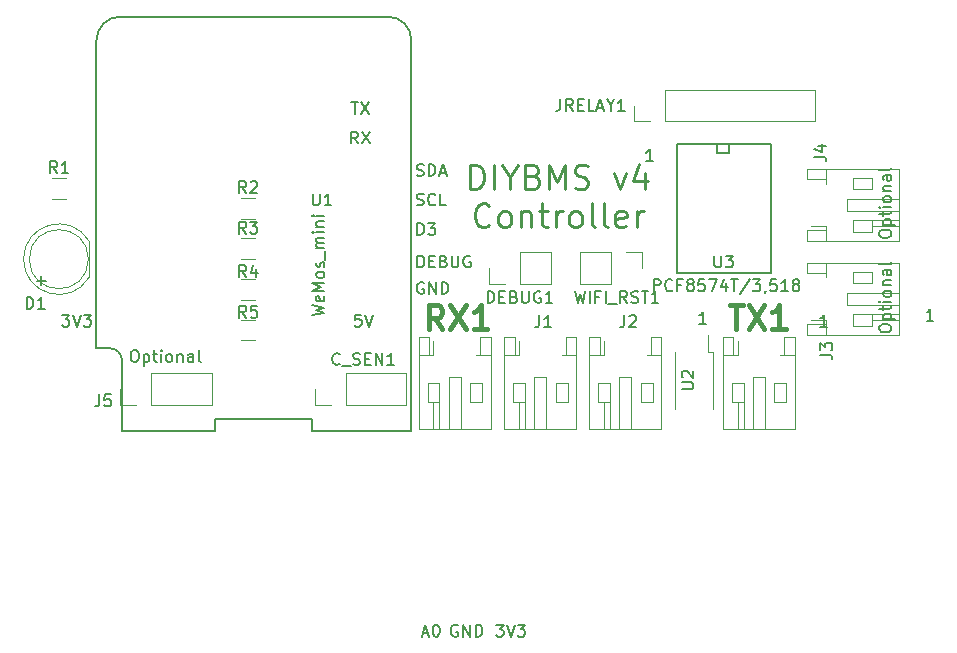
<source format=gbr>
G04 #@! TF.GenerationSoftware,KiCad,Pcbnew,(5.1.5)-3*
G04 #@! TF.CreationDate,2020-11-01T16:25:03+00:00*
G04 #@! TF.ProjectId,ESPControllerCircuit,45535043-6f6e-4747-926f-6c6c65724369,rev?*
G04 #@! TF.SameCoordinates,Original*
G04 #@! TF.FileFunction,Legend,Top*
G04 #@! TF.FilePolarity,Positive*
%FSLAX46Y46*%
G04 Gerber Fmt 4.6, Leading zero omitted, Abs format (unit mm)*
G04 Created by KiCad (PCBNEW (5.1.5)-3) date 2020-11-01 16:25:03*
%MOMM*%
%LPD*%
G04 APERTURE LIST*
%ADD10C,0.150000*%
%ADD11C,0.250000*%
%ADD12C,0.120000*%
%ADD13C,0.400000*%
G04 APERTURE END LIST*
D10*
X100738095Y-103952380D02*
X101309523Y-103952380D01*
X101023809Y-104952380D02*
X101023809Y-103952380D01*
X101547619Y-103952380D02*
X102214285Y-104952380D01*
X102214285Y-103952380D02*
X101547619Y-104952380D01*
X101309523Y-107452380D02*
X100976190Y-106976190D01*
X100738094Y-107452380D02*
X100738094Y-106452380D01*
X101119047Y-106452380D01*
X101214285Y-106500000D01*
X101261904Y-106547619D01*
X101309523Y-106642857D01*
X101309523Y-106785714D01*
X101261904Y-106880952D01*
X101214285Y-106928571D01*
X101119047Y-106976190D01*
X100738094Y-106976190D01*
X101642856Y-106452380D02*
X102309523Y-107452380D01*
X102309523Y-106452380D02*
X101642856Y-107452380D01*
X130785714Y-122702380D02*
X130214285Y-122702380D01*
X130500000Y-122702380D02*
X130500000Y-121702380D01*
X130404761Y-121845238D01*
X130309523Y-121940476D01*
X130214285Y-121988095D01*
X141035714Y-122952380D02*
X140464285Y-122952380D01*
X140750000Y-122952380D02*
X140750000Y-121952380D01*
X140654761Y-122095238D01*
X140559523Y-122190476D01*
X140464285Y-122238095D01*
X82309523Y-124952380D02*
X82500000Y-124952380D01*
X82595238Y-125000000D01*
X82690476Y-125095238D01*
X82738095Y-125285714D01*
X82738095Y-125619047D01*
X82690476Y-125809523D01*
X82595238Y-125904761D01*
X82500000Y-125952380D01*
X82309523Y-125952380D01*
X82214285Y-125904761D01*
X82119047Y-125809523D01*
X82071428Y-125619047D01*
X82071428Y-125285714D01*
X82119047Y-125095238D01*
X82214285Y-125000000D01*
X82309523Y-124952380D01*
X83166666Y-125285714D02*
X83166666Y-126285714D01*
X83166666Y-125333333D02*
X83261904Y-125285714D01*
X83452380Y-125285714D01*
X83547619Y-125333333D01*
X83595238Y-125380952D01*
X83642857Y-125476190D01*
X83642857Y-125761904D01*
X83595238Y-125857142D01*
X83547619Y-125904761D01*
X83452380Y-125952380D01*
X83261904Y-125952380D01*
X83166666Y-125904761D01*
X83928571Y-125285714D02*
X84309523Y-125285714D01*
X84071428Y-124952380D02*
X84071428Y-125809523D01*
X84119047Y-125904761D01*
X84214285Y-125952380D01*
X84309523Y-125952380D01*
X84642857Y-125952380D02*
X84642857Y-125285714D01*
X84642857Y-124952380D02*
X84595238Y-125000000D01*
X84642857Y-125047619D01*
X84690476Y-125000000D01*
X84642857Y-124952380D01*
X84642857Y-125047619D01*
X85261904Y-125952380D02*
X85166666Y-125904761D01*
X85119047Y-125857142D01*
X85071428Y-125761904D01*
X85071428Y-125476190D01*
X85119047Y-125380952D01*
X85166666Y-125333333D01*
X85261904Y-125285714D01*
X85404761Y-125285714D01*
X85500000Y-125333333D01*
X85547619Y-125380952D01*
X85595238Y-125476190D01*
X85595238Y-125761904D01*
X85547619Y-125857142D01*
X85500000Y-125904761D01*
X85404761Y-125952380D01*
X85261904Y-125952380D01*
X86023809Y-125285714D02*
X86023809Y-125952380D01*
X86023809Y-125380952D02*
X86071428Y-125333333D01*
X86166666Y-125285714D01*
X86309523Y-125285714D01*
X86404761Y-125333333D01*
X86452380Y-125428571D01*
X86452380Y-125952380D01*
X87357142Y-125952380D02*
X87357142Y-125428571D01*
X87309523Y-125333333D01*
X87214285Y-125285714D01*
X87023809Y-125285714D01*
X86928571Y-125333333D01*
X87357142Y-125904761D02*
X87261904Y-125952380D01*
X87023809Y-125952380D01*
X86928571Y-125904761D01*
X86880952Y-125809523D01*
X86880952Y-125714285D01*
X86928571Y-125619047D01*
X87023809Y-125571428D01*
X87261904Y-125571428D01*
X87357142Y-125523809D01*
X87976190Y-125952380D02*
X87880952Y-125904761D01*
X87833333Y-125809523D01*
X87833333Y-124952380D01*
X145452380Y-115190476D02*
X145452380Y-115000000D01*
X145500000Y-114904761D01*
X145595238Y-114809523D01*
X145785714Y-114761904D01*
X146119047Y-114761904D01*
X146309523Y-114809523D01*
X146404761Y-114904761D01*
X146452380Y-115000000D01*
X146452380Y-115190476D01*
X146404761Y-115285714D01*
X146309523Y-115380952D01*
X146119047Y-115428571D01*
X145785714Y-115428571D01*
X145595238Y-115380952D01*
X145500000Y-115285714D01*
X145452380Y-115190476D01*
X145785714Y-114333333D02*
X146785714Y-114333333D01*
X145833333Y-114333333D02*
X145785714Y-114238095D01*
X145785714Y-114047619D01*
X145833333Y-113952380D01*
X145880952Y-113904761D01*
X145976190Y-113857142D01*
X146261904Y-113857142D01*
X146357142Y-113904761D01*
X146404761Y-113952380D01*
X146452380Y-114047619D01*
X146452380Y-114238095D01*
X146404761Y-114333333D01*
X145785714Y-113571428D02*
X145785714Y-113190476D01*
X145452380Y-113428571D02*
X146309523Y-113428571D01*
X146404761Y-113380952D01*
X146452380Y-113285714D01*
X146452380Y-113190476D01*
X146452380Y-112857142D02*
X145785714Y-112857142D01*
X145452380Y-112857142D02*
X145500000Y-112904761D01*
X145547619Y-112857142D01*
X145500000Y-112809523D01*
X145452380Y-112857142D01*
X145547619Y-112857142D01*
X146452380Y-112238095D02*
X146404761Y-112333333D01*
X146357142Y-112380952D01*
X146261904Y-112428571D01*
X145976190Y-112428571D01*
X145880952Y-112380952D01*
X145833333Y-112333333D01*
X145785714Y-112238095D01*
X145785714Y-112095238D01*
X145833333Y-112000000D01*
X145880952Y-111952380D01*
X145976190Y-111904761D01*
X146261904Y-111904761D01*
X146357142Y-111952380D01*
X146404761Y-112000000D01*
X146452380Y-112095238D01*
X146452380Y-112238095D01*
X145785714Y-111476190D02*
X146452380Y-111476190D01*
X145880952Y-111476190D02*
X145833333Y-111428571D01*
X145785714Y-111333333D01*
X145785714Y-111190476D01*
X145833333Y-111095238D01*
X145928571Y-111047619D01*
X146452380Y-111047619D01*
X146452380Y-110142857D02*
X145928571Y-110142857D01*
X145833333Y-110190476D01*
X145785714Y-110285714D01*
X145785714Y-110476190D01*
X145833333Y-110571428D01*
X146404761Y-110142857D02*
X146452380Y-110238095D01*
X146452380Y-110476190D01*
X146404761Y-110571428D01*
X146309523Y-110619047D01*
X146214285Y-110619047D01*
X146119047Y-110571428D01*
X146071428Y-110476190D01*
X146071428Y-110238095D01*
X146023809Y-110142857D01*
X146452380Y-109523809D02*
X146404761Y-109619047D01*
X146309523Y-109666666D01*
X145452380Y-109666666D01*
X145452380Y-123190476D02*
X145452380Y-123000000D01*
X145500000Y-122904761D01*
X145595238Y-122809523D01*
X145785714Y-122761904D01*
X146119047Y-122761904D01*
X146309523Y-122809523D01*
X146404761Y-122904761D01*
X146452380Y-123000000D01*
X146452380Y-123190476D01*
X146404761Y-123285714D01*
X146309523Y-123380952D01*
X146119047Y-123428571D01*
X145785714Y-123428571D01*
X145595238Y-123380952D01*
X145500000Y-123285714D01*
X145452380Y-123190476D01*
X145785714Y-122333333D02*
X146785714Y-122333333D01*
X145833333Y-122333333D02*
X145785714Y-122238095D01*
X145785714Y-122047619D01*
X145833333Y-121952380D01*
X145880952Y-121904761D01*
X145976190Y-121857142D01*
X146261904Y-121857142D01*
X146357142Y-121904761D01*
X146404761Y-121952380D01*
X146452380Y-122047619D01*
X146452380Y-122238095D01*
X146404761Y-122333333D01*
X145785714Y-121571428D02*
X145785714Y-121190476D01*
X145452380Y-121428571D02*
X146309523Y-121428571D01*
X146404761Y-121380952D01*
X146452380Y-121285714D01*
X146452380Y-121190476D01*
X146452380Y-120857142D02*
X145785714Y-120857142D01*
X145452380Y-120857142D02*
X145500000Y-120904761D01*
X145547619Y-120857142D01*
X145500000Y-120809523D01*
X145452380Y-120857142D01*
X145547619Y-120857142D01*
X146452380Y-120238095D02*
X146404761Y-120333333D01*
X146357142Y-120380952D01*
X146261904Y-120428571D01*
X145976190Y-120428571D01*
X145880952Y-120380952D01*
X145833333Y-120333333D01*
X145785714Y-120238095D01*
X145785714Y-120095238D01*
X145833333Y-120000000D01*
X145880952Y-119952380D01*
X145976190Y-119904761D01*
X146261904Y-119904761D01*
X146357142Y-119952380D01*
X146404761Y-120000000D01*
X146452380Y-120095238D01*
X146452380Y-120238095D01*
X145785714Y-119476190D02*
X146452380Y-119476190D01*
X145880952Y-119476190D02*
X145833333Y-119428571D01*
X145785714Y-119333333D01*
X145785714Y-119190476D01*
X145833333Y-119095238D01*
X145928571Y-119047619D01*
X146452380Y-119047619D01*
X146452380Y-118142857D02*
X145928571Y-118142857D01*
X145833333Y-118190476D01*
X145785714Y-118285714D01*
X145785714Y-118476190D01*
X145833333Y-118571428D01*
X146404761Y-118142857D02*
X146452380Y-118238095D01*
X146452380Y-118476190D01*
X146404761Y-118571428D01*
X146309523Y-118619047D01*
X146214285Y-118619047D01*
X146119047Y-118571428D01*
X146071428Y-118476190D01*
X146071428Y-118238095D01*
X146023809Y-118142857D01*
X146452380Y-117523809D02*
X146404761Y-117619047D01*
X146309523Y-117666666D01*
X145452380Y-117666666D01*
X106785714Y-148916666D02*
X107261904Y-148916666D01*
X106690476Y-149202380D02*
X107023809Y-148202380D01*
X107357142Y-149202380D01*
X107880952Y-148202380D02*
X107976190Y-148202380D01*
X108071428Y-148250000D01*
X108119047Y-148297619D01*
X108166666Y-148392857D01*
X108214285Y-148583333D01*
X108214285Y-148821428D01*
X108166666Y-149011904D01*
X108119047Y-149107142D01*
X108071428Y-149154761D01*
X107976190Y-149202380D01*
X107880952Y-149202380D01*
X107785714Y-149154761D01*
X107738095Y-149107142D01*
X107690476Y-149011904D01*
X107642857Y-148821428D01*
X107642857Y-148583333D01*
X107690476Y-148392857D01*
X107738095Y-148297619D01*
X107785714Y-148250000D01*
X107880952Y-148202380D01*
X109738095Y-148250000D02*
X109642857Y-148202380D01*
X109500000Y-148202380D01*
X109357142Y-148250000D01*
X109261904Y-148345238D01*
X109214285Y-148440476D01*
X109166666Y-148630952D01*
X109166666Y-148773809D01*
X109214285Y-148964285D01*
X109261904Y-149059523D01*
X109357142Y-149154761D01*
X109500000Y-149202380D01*
X109595238Y-149202380D01*
X109738095Y-149154761D01*
X109785714Y-149107142D01*
X109785714Y-148773809D01*
X109595238Y-148773809D01*
X110214285Y-149202380D02*
X110214285Y-148202380D01*
X110785714Y-149202380D01*
X110785714Y-148202380D01*
X111261904Y-149202380D02*
X111261904Y-148202380D01*
X111500000Y-148202380D01*
X111642857Y-148250000D01*
X111738095Y-148345238D01*
X111785714Y-148440476D01*
X111833333Y-148630952D01*
X111833333Y-148773809D01*
X111785714Y-148964285D01*
X111738095Y-149059523D01*
X111642857Y-149154761D01*
X111500000Y-149202380D01*
X111261904Y-149202380D01*
X113011904Y-148202380D02*
X113630952Y-148202380D01*
X113297619Y-148583333D01*
X113440476Y-148583333D01*
X113535714Y-148630952D01*
X113583333Y-148678571D01*
X113630952Y-148773809D01*
X113630952Y-149011904D01*
X113583333Y-149107142D01*
X113535714Y-149154761D01*
X113440476Y-149202380D01*
X113154761Y-149202380D01*
X113059523Y-149154761D01*
X113011904Y-149107142D01*
X113916666Y-148202380D02*
X114250000Y-149202380D01*
X114583333Y-148202380D01*
X114821428Y-148202380D02*
X115440476Y-148202380D01*
X115107142Y-148583333D01*
X115250000Y-148583333D01*
X115345238Y-148630952D01*
X115392857Y-148678571D01*
X115440476Y-148773809D01*
X115440476Y-149011904D01*
X115392857Y-149107142D01*
X115345238Y-149154761D01*
X115250000Y-149202380D01*
X114964285Y-149202380D01*
X114869047Y-149154761D01*
X114821428Y-149107142D01*
X106333332Y-115202380D02*
X106333332Y-114202380D01*
X106571428Y-114202380D01*
X106714285Y-114250000D01*
X106809523Y-114345238D01*
X106857142Y-114440476D01*
X106904761Y-114630952D01*
X106904761Y-114773809D01*
X106857142Y-114964285D01*
X106809523Y-115059523D01*
X106714285Y-115154761D01*
X106571428Y-115202380D01*
X106333332Y-115202380D01*
X107238094Y-114202380D02*
X107857142Y-114202380D01*
X107523808Y-114583333D01*
X107666666Y-114583333D01*
X107761904Y-114630952D01*
X107809523Y-114678571D01*
X107857142Y-114773809D01*
X107857142Y-115011904D01*
X107809523Y-115107142D01*
X107761904Y-115154761D01*
X107666666Y-115202380D01*
X107380951Y-115202380D01*
X107285713Y-115154761D01*
X107238094Y-115107142D01*
X106333332Y-117952380D02*
X106333332Y-116952380D01*
X106571428Y-116952380D01*
X106714285Y-117000000D01*
X106809523Y-117095238D01*
X106857142Y-117190476D01*
X106904761Y-117380952D01*
X106904761Y-117523809D01*
X106857142Y-117714285D01*
X106809523Y-117809523D01*
X106714285Y-117904761D01*
X106571428Y-117952380D01*
X106333332Y-117952380D01*
X107333332Y-117428571D02*
X107666666Y-117428571D01*
X107809523Y-117952380D02*
X107333332Y-117952380D01*
X107333332Y-116952380D01*
X107809523Y-116952380D01*
X108571428Y-117428571D02*
X108714285Y-117476190D01*
X108761904Y-117523809D01*
X108809523Y-117619047D01*
X108809523Y-117761904D01*
X108761904Y-117857142D01*
X108714285Y-117904761D01*
X108619047Y-117952380D01*
X108238094Y-117952380D01*
X108238094Y-116952380D01*
X108571428Y-116952380D01*
X108666666Y-117000000D01*
X108714285Y-117047619D01*
X108761904Y-117142857D01*
X108761904Y-117238095D01*
X108714285Y-117333333D01*
X108666666Y-117380952D01*
X108571428Y-117428571D01*
X108238094Y-117428571D01*
X109238094Y-116952380D02*
X109238094Y-117761904D01*
X109285713Y-117857142D01*
X109333332Y-117904761D01*
X109428570Y-117952380D01*
X109619047Y-117952380D01*
X109714285Y-117904761D01*
X109761904Y-117857142D01*
X109809523Y-117761904D01*
X109809523Y-116952380D01*
X110809523Y-117000000D02*
X110714285Y-116952380D01*
X110571428Y-116952380D01*
X110428570Y-117000000D01*
X110333332Y-117095238D01*
X110285713Y-117190476D01*
X110238094Y-117380952D01*
X110238094Y-117523809D01*
X110285713Y-117714285D01*
X110333332Y-117809523D01*
X110428570Y-117904761D01*
X110571428Y-117952380D01*
X110666666Y-117952380D01*
X110809523Y-117904761D01*
X110857142Y-117857142D01*
X110857142Y-117523809D01*
X110666666Y-117523809D01*
X106285713Y-112654761D02*
X106428570Y-112702380D01*
X106666666Y-112702380D01*
X106761904Y-112654761D01*
X106809523Y-112607142D01*
X106857142Y-112511904D01*
X106857142Y-112416666D01*
X106809523Y-112321428D01*
X106761904Y-112273809D01*
X106666666Y-112226190D01*
X106476190Y-112178571D01*
X106380951Y-112130952D01*
X106333332Y-112083333D01*
X106285713Y-111988095D01*
X106285713Y-111892857D01*
X106333332Y-111797619D01*
X106380951Y-111750000D01*
X106476190Y-111702380D01*
X106714285Y-111702380D01*
X106857142Y-111750000D01*
X107857142Y-112607142D02*
X107809523Y-112654761D01*
X107666666Y-112702380D01*
X107571428Y-112702380D01*
X107428570Y-112654761D01*
X107333332Y-112559523D01*
X107285713Y-112464285D01*
X107238094Y-112273809D01*
X107238094Y-112130952D01*
X107285713Y-111940476D01*
X107333332Y-111845238D01*
X107428570Y-111750000D01*
X107571428Y-111702380D01*
X107666666Y-111702380D01*
X107809523Y-111750000D01*
X107857142Y-111797619D01*
X108761904Y-112702380D02*
X108285713Y-112702380D01*
X108285713Y-111702380D01*
X106285714Y-110154761D02*
X106428571Y-110202380D01*
X106666666Y-110202380D01*
X106761904Y-110154761D01*
X106809523Y-110107142D01*
X106857142Y-110011904D01*
X106857142Y-109916666D01*
X106809523Y-109821428D01*
X106761904Y-109773809D01*
X106666666Y-109726190D01*
X106476190Y-109678571D01*
X106380952Y-109630952D01*
X106333333Y-109583333D01*
X106285714Y-109488095D01*
X106285714Y-109392857D01*
X106333333Y-109297619D01*
X106380952Y-109250000D01*
X106476190Y-109202380D01*
X106714285Y-109202380D01*
X106857142Y-109250000D01*
X107285714Y-110202380D02*
X107285714Y-109202380D01*
X107523809Y-109202380D01*
X107666666Y-109250000D01*
X107761904Y-109345238D01*
X107809523Y-109440476D01*
X107857142Y-109630952D01*
X107857142Y-109773809D01*
X107809523Y-109964285D01*
X107761904Y-110059523D01*
X107666666Y-110154761D01*
X107523809Y-110202380D01*
X107285714Y-110202380D01*
X108238095Y-109916666D02*
X108714285Y-109916666D01*
X108142857Y-110202380D02*
X108476190Y-109202380D01*
X108809523Y-110202380D01*
X106857142Y-119250000D02*
X106761904Y-119202380D01*
X106619047Y-119202380D01*
X106476189Y-119250000D01*
X106380951Y-119345238D01*
X106333332Y-119440476D01*
X106285713Y-119630952D01*
X106285713Y-119773809D01*
X106333332Y-119964285D01*
X106380951Y-120059523D01*
X106476189Y-120154761D01*
X106619047Y-120202380D01*
X106714285Y-120202380D01*
X106857142Y-120154761D01*
X106904761Y-120107142D01*
X106904761Y-119773809D01*
X106714285Y-119773809D01*
X107333332Y-120202380D02*
X107333332Y-119202380D01*
X107904761Y-120202380D01*
X107904761Y-119202380D01*
X108380951Y-120202380D02*
X108380951Y-119202380D01*
X108619047Y-119202380D01*
X108761904Y-119250000D01*
X108857142Y-119345238D01*
X108904761Y-119440476D01*
X108952380Y-119630952D01*
X108952380Y-119773809D01*
X108904761Y-119964285D01*
X108857142Y-120059523D01*
X108761904Y-120154761D01*
X108619047Y-120202380D01*
X108380951Y-120202380D01*
X101559523Y-121952380D02*
X101083333Y-121952380D01*
X101035714Y-122428571D01*
X101083333Y-122380952D01*
X101178571Y-122333333D01*
X101416666Y-122333333D01*
X101511904Y-122380952D01*
X101559523Y-122428571D01*
X101607142Y-122523809D01*
X101607142Y-122761904D01*
X101559523Y-122857142D01*
X101511904Y-122904761D01*
X101416666Y-122952380D01*
X101178571Y-122952380D01*
X101083333Y-122904761D01*
X101035714Y-122857142D01*
X101892857Y-121952380D02*
X102226190Y-122952380D01*
X102559523Y-121952380D01*
X76261904Y-121952380D02*
X76880952Y-121952380D01*
X76547619Y-122333333D01*
X76690476Y-122333333D01*
X76785714Y-122380952D01*
X76833333Y-122428571D01*
X76880952Y-122523809D01*
X76880952Y-122761904D01*
X76833333Y-122857142D01*
X76785714Y-122904761D01*
X76690476Y-122952380D01*
X76404761Y-122952380D01*
X76309523Y-122904761D01*
X76261904Y-122857142D01*
X77166666Y-121952380D02*
X77500000Y-122952380D01*
X77833333Y-121952380D01*
X78071428Y-121952380D02*
X78690476Y-121952380D01*
X78357142Y-122333333D01*
X78500000Y-122333333D01*
X78595238Y-122380952D01*
X78642857Y-122428571D01*
X78690476Y-122523809D01*
X78690476Y-122761904D01*
X78642857Y-122857142D01*
X78595238Y-122904761D01*
X78500000Y-122952380D01*
X78214285Y-122952380D01*
X78119047Y-122904761D01*
X78071428Y-122857142D01*
X74119047Y-119071428D02*
X74880952Y-119071428D01*
X74500000Y-119452380D02*
X74500000Y-118690476D01*
X126285714Y-108952380D02*
X125714285Y-108952380D01*
X126000000Y-108952380D02*
X126000000Y-107952380D01*
X125904761Y-108095238D01*
X125809523Y-108190476D01*
X125714285Y-108238095D01*
X150035714Y-122452380D02*
X149464285Y-122452380D01*
X149750000Y-122452380D02*
X149750000Y-121452380D01*
X149654761Y-121595238D01*
X149559523Y-121690476D01*
X149464285Y-121738095D01*
D11*
X110821428Y-111279761D02*
X110821428Y-109279761D01*
X111297619Y-109279761D01*
X111583333Y-109375000D01*
X111773809Y-109565476D01*
X111869047Y-109755952D01*
X111964285Y-110136904D01*
X111964285Y-110422619D01*
X111869047Y-110803571D01*
X111773809Y-110994047D01*
X111583333Y-111184523D01*
X111297619Y-111279761D01*
X110821428Y-111279761D01*
X112821428Y-111279761D02*
X112821428Y-109279761D01*
X114154761Y-110327380D02*
X114154761Y-111279761D01*
X113488095Y-109279761D02*
X114154761Y-110327380D01*
X114821428Y-109279761D01*
X116154761Y-110232142D02*
X116440476Y-110327380D01*
X116535714Y-110422619D01*
X116630952Y-110613095D01*
X116630952Y-110898809D01*
X116535714Y-111089285D01*
X116440476Y-111184523D01*
X116250000Y-111279761D01*
X115488095Y-111279761D01*
X115488095Y-109279761D01*
X116154761Y-109279761D01*
X116345238Y-109375000D01*
X116440476Y-109470238D01*
X116535714Y-109660714D01*
X116535714Y-109851190D01*
X116440476Y-110041666D01*
X116345238Y-110136904D01*
X116154761Y-110232142D01*
X115488095Y-110232142D01*
X117488095Y-111279761D02*
X117488095Y-109279761D01*
X118154761Y-110708333D01*
X118821428Y-109279761D01*
X118821428Y-111279761D01*
X119678571Y-111184523D02*
X119964285Y-111279761D01*
X120440476Y-111279761D01*
X120630952Y-111184523D01*
X120726190Y-111089285D01*
X120821428Y-110898809D01*
X120821428Y-110708333D01*
X120726190Y-110517857D01*
X120630952Y-110422619D01*
X120440476Y-110327380D01*
X120059523Y-110232142D01*
X119869047Y-110136904D01*
X119773809Y-110041666D01*
X119678571Y-109851190D01*
X119678571Y-109660714D01*
X119773809Y-109470238D01*
X119869047Y-109375000D01*
X120059523Y-109279761D01*
X120535714Y-109279761D01*
X120821428Y-109375000D01*
X123011904Y-109946428D02*
X123488095Y-111279761D01*
X123964285Y-109946428D01*
X125583333Y-109946428D02*
X125583333Y-111279761D01*
X125107142Y-109184523D02*
X124630952Y-110613095D01*
X125869047Y-110613095D01*
X112440476Y-114339285D02*
X112345238Y-114434523D01*
X112059523Y-114529761D01*
X111869047Y-114529761D01*
X111583333Y-114434523D01*
X111392857Y-114244047D01*
X111297619Y-114053571D01*
X111202380Y-113672619D01*
X111202380Y-113386904D01*
X111297619Y-113005952D01*
X111392857Y-112815476D01*
X111583333Y-112625000D01*
X111869047Y-112529761D01*
X112059523Y-112529761D01*
X112345238Y-112625000D01*
X112440476Y-112720238D01*
X113583333Y-114529761D02*
X113392857Y-114434523D01*
X113297619Y-114339285D01*
X113202380Y-114148809D01*
X113202380Y-113577380D01*
X113297619Y-113386904D01*
X113392857Y-113291666D01*
X113583333Y-113196428D01*
X113869047Y-113196428D01*
X114059523Y-113291666D01*
X114154761Y-113386904D01*
X114250000Y-113577380D01*
X114250000Y-114148809D01*
X114154761Y-114339285D01*
X114059523Y-114434523D01*
X113869047Y-114529761D01*
X113583333Y-114529761D01*
X115107142Y-113196428D02*
X115107142Y-114529761D01*
X115107142Y-113386904D02*
X115202380Y-113291666D01*
X115392857Y-113196428D01*
X115678571Y-113196428D01*
X115869047Y-113291666D01*
X115964285Y-113482142D01*
X115964285Y-114529761D01*
X116630952Y-113196428D02*
X117392857Y-113196428D01*
X116916666Y-112529761D02*
X116916666Y-114244047D01*
X117011904Y-114434523D01*
X117202380Y-114529761D01*
X117392857Y-114529761D01*
X118059523Y-114529761D02*
X118059523Y-113196428D01*
X118059523Y-113577380D02*
X118154761Y-113386904D01*
X118250000Y-113291666D01*
X118440476Y-113196428D01*
X118630952Y-113196428D01*
X119583333Y-114529761D02*
X119392857Y-114434523D01*
X119297619Y-114339285D01*
X119202380Y-114148809D01*
X119202380Y-113577380D01*
X119297619Y-113386904D01*
X119392857Y-113291666D01*
X119583333Y-113196428D01*
X119869047Y-113196428D01*
X120059523Y-113291666D01*
X120154761Y-113386904D01*
X120250000Y-113577380D01*
X120250000Y-114148809D01*
X120154761Y-114339285D01*
X120059523Y-114434523D01*
X119869047Y-114529761D01*
X119583333Y-114529761D01*
X121392857Y-114529761D02*
X121202380Y-114434523D01*
X121107142Y-114244047D01*
X121107142Y-112529761D01*
X122440476Y-114529761D02*
X122250000Y-114434523D01*
X122154761Y-114244047D01*
X122154761Y-112529761D01*
X123964285Y-114434523D02*
X123773809Y-114529761D01*
X123392857Y-114529761D01*
X123202380Y-114434523D01*
X123107142Y-114244047D01*
X123107142Y-113482142D01*
X123202380Y-113291666D01*
X123392857Y-113196428D01*
X123773809Y-113196428D01*
X123964285Y-113291666D01*
X124059523Y-113482142D01*
X124059523Y-113672619D01*
X123107142Y-113863095D01*
X124916666Y-114529761D02*
X124916666Y-113196428D01*
X124916666Y-113577380D02*
X125011904Y-113386904D01*
X125107142Y-113291666D01*
X125297619Y-113196428D01*
X125488095Y-113196428D01*
D10*
X128313000Y-107539000D02*
X136314000Y-107539000D01*
X136314000Y-118461000D02*
X128313000Y-118461000D01*
X136314000Y-107539000D02*
X136314000Y-118461000D01*
X128313000Y-118461000D02*
X128313000Y-107539000D01*
X132758000Y-107539000D02*
X132758000Y-108301000D01*
X132758000Y-108301000D02*
X131742000Y-108301000D01*
X131742000Y-108301000D02*
X131742000Y-107539000D01*
D12*
X88910000Y-129580000D02*
X88910000Y-126920000D01*
X83770000Y-129580000D02*
X88910000Y-129580000D01*
X83770000Y-126920000D02*
X88910000Y-126920000D01*
X83770000Y-129580000D02*
X83770000Y-126920000D01*
X82500000Y-129580000D02*
X81170000Y-129580000D01*
X81170000Y-129580000D02*
X81170000Y-128250000D01*
X147100000Y-113150000D02*
X142750000Y-113150000D01*
X142750000Y-113150000D02*
X142750000Y-112150000D01*
X142750000Y-112150000D02*
X147100000Y-112150000D01*
X140900000Y-114450000D02*
X140900000Y-114800000D01*
X140900000Y-114800000D02*
X139300000Y-114800000D01*
X139300000Y-114800000D02*
X139300000Y-115700000D01*
X139300000Y-115700000D02*
X147100000Y-115700000D01*
X147100000Y-115700000D02*
X147100000Y-109600000D01*
X147100000Y-109600000D02*
X139300000Y-109600000D01*
X139300000Y-109600000D02*
X139300000Y-110500000D01*
X139300000Y-110500000D02*
X140900000Y-110500000D01*
X140900000Y-110500000D02*
X140900000Y-110850000D01*
X140900000Y-115700000D02*
X140900000Y-114800000D01*
X140900000Y-109600000D02*
X140900000Y-110500000D01*
X143250000Y-114950000D02*
X144850000Y-114950000D01*
X144850000Y-114950000D02*
X144850000Y-113950000D01*
X144850000Y-113950000D02*
X143250000Y-113950000D01*
X143250000Y-113950000D02*
X143250000Y-114950000D01*
X143250000Y-110350000D02*
X144850000Y-110350000D01*
X144850000Y-110350000D02*
X144850000Y-111350000D01*
X144850000Y-111350000D02*
X143250000Y-111350000D01*
X143250000Y-111350000D02*
X143250000Y-110350000D01*
X144850000Y-113950000D02*
X147100000Y-113950000D01*
X144850000Y-114450000D02*
X147100000Y-114450000D01*
X140900000Y-114450000D02*
X139700000Y-114450000D01*
X147100000Y-121100000D02*
X142750000Y-121100000D01*
X142750000Y-121100000D02*
X142750000Y-120100000D01*
X142750000Y-120100000D02*
X147100000Y-120100000D01*
X140900000Y-122400000D02*
X140900000Y-122750000D01*
X140900000Y-122750000D02*
X139300000Y-122750000D01*
X139300000Y-122750000D02*
X139300000Y-123650000D01*
X139300000Y-123650000D02*
X147100000Y-123650000D01*
X147100000Y-123650000D02*
X147100000Y-117550000D01*
X147100000Y-117550000D02*
X139300000Y-117550000D01*
X139300000Y-117550000D02*
X139300000Y-118450000D01*
X139300000Y-118450000D02*
X140900000Y-118450000D01*
X140900000Y-118450000D02*
X140900000Y-118800000D01*
X140900000Y-123650000D02*
X140900000Y-122750000D01*
X140900000Y-117550000D02*
X140900000Y-118450000D01*
X143250000Y-122900000D02*
X144850000Y-122900000D01*
X144850000Y-122900000D02*
X144850000Y-121900000D01*
X144850000Y-121900000D02*
X143250000Y-121900000D01*
X143250000Y-121900000D02*
X143250000Y-122900000D01*
X143250000Y-118300000D02*
X144850000Y-118300000D01*
X144850000Y-118300000D02*
X144850000Y-119300000D01*
X144850000Y-119300000D02*
X143250000Y-119300000D01*
X143250000Y-119300000D02*
X143250000Y-118300000D01*
X144850000Y-121900000D02*
X147100000Y-121900000D01*
X144850000Y-122400000D02*
X147100000Y-122400000D01*
X140900000Y-122400000D02*
X139700000Y-122400000D01*
X123450000Y-131600000D02*
X123450000Y-127250000D01*
X123450000Y-127250000D02*
X124450000Y-127250000D01*
X124450000Y-127250000D02*
X124450000Y-131600000D01*
X122150000Y-125400000D02*
X121800000Y-125400000D01*
X121800000Y-125400000D02*
X121800000Y-123800000D01*
X121800000Y-123800000D02*
X120900000Y-123800000D01*
X120900000Y-123800000D02*
X120900000Y-131600000D01*
X120900000Y-131600000D02*
X127000000Y-131600000D01*
X127000000Y-131600000D02*
X127000000Y-123800000D01*
X127000000Y-123800000D02*
X126100000Y-123800000D01*
X126100000Y-123800000D02*
X126100000Y-125400000D01*
X126100000Y-125400000D02*
X125750000Y-125400000D01*
X120900000Y-125400000D02*
X121800000Y-125400000D01*
X127000000Y-125400000D02*
X126100000Y-125400000D01*
X121650000Y-127750000D02*
X121650000Y-129350000D01*
X121650000Y-129350000D02*
X122650000Y-129350000D01*
X122650000Y-129350000D02*
X122650000Y-127750000D01*
X122650000Y-127750000D02*
X121650000Y-127750000D01*
X126250000Y-127750000D02*
X126250000Y-129350000D01*
X126250000Y-129350000D02*
X125250000Y-129350000D01*
X125250000Y-129350000D02*
X125250000Y-127750000D01*
X125250000Y-127750000D02*
X126250000Y-127750000D01*
X122650000Y-129350000D02*
X122650000Y-131600000D01*
X122150000Y-129350000D02*
X122150000Y-131600000D01*
X122150000Y-125400000D02*
X122150000Y-124200000D01*
X116250000Y-131600000D02*
X116250000Y-127250000D01*
X116250000Y-127250000D02*
X117250000Y-127250000D01*
X117250000Y-127250000D02*
X117250000Y-131600000D01*
X114950000Y-125400000D02*
X114600000Y-125400000D01*
X114600000Y-125400000D02*
X114600000Y-123800000D01*
X114600000Y-123800000D02*
X113700000Y-123800000D01*
X113700000Y-123800000D02*
X113700000Y-131600000D01*
X113700000Y-131600000D02*
X119800000Y-131600000D01*
X119800000Y-131600000D02*
X119800000Y-123800000D01*
X119800000Y-123800000D02*
X118900000Y-123800000D01*
X118900000Y-123800000D02*
X118900000Y-125400000D01*
X118900000Y-125400000D02*
X118550000Y-125400000D01*
X113700000Y-125400000D02*
X114600000Y-125400000D01*
X119800000Y-125400000D02*
X118900000Y-125400000D01*
X114450000Y-127750000D02*
X114450000Y-129350000D01*
X114450000Y-129350000D02*
X115450000Y-129350000D01*
X115450000Y-129350000D02*
X115450000Y-127750000D01*
X115450000Y-127750000D02*
X114450000Y-127750000D01*
X119050000Y-127750000D02*
X119050000Y-129350000D01*
X119050000Y-129350000D02*
X118050000Y-129350000D01*
X118050000Y-129350000D02*
X118050000Y-127750000D01*
X118050000Y-127750000D02*
X119050000Y-127750000D01*
X115450000Y-129350000D02*
X115450000Y-131600000D01*
X114950000Y-129350000D02*
X114950000Y-131600000D01*
X114950000Y-125400000D02*
X114950000Y-124200000D01*
X105410000Y-129580000D02*
X105410000Y-126920000D01*
X100270000Y-129580000D02*
X105410000Y-129580000D01*
X100270000Y-126920000D02*
X105410000Y-126920000D01*
X100270000Y-129580000D02*
X100270000Y-126920000D01*
X99000000Y-129580000D02*
X97670000Y-129580000D01*
X97670000Y-129580000D02*
X97670000Y-128250000D01*
X72990000Y-117249538D02*
G75*
G03X78540000Y-118794830I2990000J-462D01*
G01*
X72990000Y-117250462D02*
G75*
G02X78540000Y-115705170I2990000J462D01*
G01*
X78480000Y-117250000D02*
G75*
G03X78480000Y-117250000I-2500000J0D01*
G01*
X78540000Y-118795000D02*
X78540000Y-115705000D01*
X120130000Y-116670000D02*
X120130000Y-119330000D01*
X122730000Y-116670000D02*
X120130000Y-116670000D01*
X122730000Y-119330000D02*
X120130000Y-119330000D01*
X122730000Y-116670000D02*
X122730000Y-119330000D01*
X124000000Y-116670000D02*
X125330000Y-116670000D01*
X125330000Y-116670000D02*
X125330000Y-118000000D01*
X140030000Y-105580000D02*
X140030000Y-102920000D01*
X127270000Y-105580000D02*
X140030000Y-105580000D01*
X127270000Y-102920000D02*
X140030000Y-102920000D01*
X127270000Y-105580000D02*
X127270000Y-102920000D01*
X126000000Y-105580000D02*
X124670000Y-105580000D01*
X124670000Y-105580000D02*
X124670000Y-104250000D01*
X91400000Y-122370000D02*
X92600000Y-122370000D01*
X92600000Y-124130000D02*
X91400000Y-124130000D01*
X91400000Y-118932500D02*
X92600000Y-118932500D01*
X92600000Y-120692500D02*
X91400000Y-120692500D01*
X131340000Y-125100000D02*
X130940000Y-125100000D01*
X130940000Y-125100000D02*
X130940000Y-123700000D01*
X131340000Y-125100000D02*
X131340000Y-129900000D01*
X128140000Y-125100000D02*
X128140000Y-129900000D01*
X134750000Y-131600000D02*
X134750000Y-127250000D01*
X134750000Y-127250000D02*
X135750000Y-127250000D01*
X135750000Y-127250000D02*
X135750000Y-131600000D01*
X133450000Y-125400000D02*
X133100000Y-125400000D01*
X133100000Y-125400000D02*
X133100000Y-123800000D01*
X133100000Y-123800000D02*
X132200000Y-123800000D01*
X132200000Y-123800000D02*
X132200000Y-131600000D01*
X132200000Y-131600000D02*
X138300000Y-131600000D01*
X138300000Y-131600000D02*
X138300000Y-123800000D01*
X138300000Y-123800000D02*
X137400000Y-123800000D01*
X137400000Y-123800000D02*
X137400000Y-125400000D01*
X137400000Y-125400000D02*
X137050000Y-125400000D01*
X132200000Y-125400000D02*
X133100000Y-125400000D01*
X138300000Y-125400000D02*
X137400000Y-125400000D01*
X132950000Y-127750000D02*
X132950000Y-129350000D01*
X132950000Y-129350000D02*
X133950000Y-129350000D01*
X133950000Y-129350000D02*
X133950000Y-127750000D01*
X133950000Y-127750000D02*
X132950000Y-127750000D01*
X137550000Y-127750000D02*
X137550000Y-129350000D01*
X137550000Y-129350000D02*
X136550000Y-129350000D01*
X136550000Y-129350000D02*
X136550000Y-127750000D01*
X136550000Y-127750000D02*
X137550000Y-127750000D01*
X133950000Y-129350000D02*
X133950000Y-131600000D01*
X133450000Y-129350000D02*
X133450000Y-131600000D01*
X133450000Y-125400000D02*
X133450000Y-124200000D01*
X109000000Y-131600000D02*
X109000000Y-127250000D01*
X109000000Y-127250000D02*
X110000000Y-127250000D01*
X110000000Y-127250000D02*
X110000000Y-131600000D01*
X107700000Y-125400000D02*
X107350000Y-125400000D01*
X107350000Y-125400000D02*
X107350000Y-123800000D01*
X107350000Y-123800000D02*
X106450000Y-123800000D01*
X106450000Y-123800000D02*
X106450000Y-131600000D01*
X106450000Y-131600000D02*
X112550000Y-131600000D01*
X112550000Y-131600000D02*
X112550000Y-123800000D01*
X112550000Y-123800000D02*
X111650000Y-123800000D01*
X111650000Y-123800000D02*
X111650000Y-125400000D01*
X111650000Y-125400000D02*
X111300000Y-125400000D01*
X106450000Y-125400000D02*
X107350000Y-125400000D01*
X112550000Y-125400000D02*
X111650000Y-125400000D01*
X107200000Y-127750000D02*
X107200000Y-129350000D01*
X107200000Y-129350000D02*
X108200000Y-129350000D01*
X108200000Y-129350000D02*
X108200000Y-127750000D01*
X108200000Y-127750000D02*
X107200000Y-127750000D01*
X111800000Y-127750000D02*
X111800000Y-129350000D01*
X111800000Y-129350000D02*
X110800000Y-129350000D01*
X110800000Y-129350000D02*
X110800000Y-127750000D01*
X110800000Y-127750000D02*
X111800000Y-127750000D01*
X108200000Y-129350000D02*
X108200000Y-131600000D01*
X107700000Y-129350000D02*
X107700000Y-131600000D01*
X107700000Y-125400000D02*
X107700000Y-124200000D01*
X91400000Y-115495000D02*
X92600000Y-115495000D01*
X92600000Y-117255000D02*
X91400000Y-117255000D01*
X91400000Y-112057500D02*
X92600000Y-112057500D01*
X92600000Y-113817500D02*
X91400000Y-113817500D01*
X117620000Y-119330000D02*
X117620000Y-116670000D01*
X115020000Y-119330000D02*
X117620000Y-119330000D01*
X115020000Y-116670000D02*
X117620000Y-116670000D01*
X115020000Y-119330000D02*
X115020000Y-116670000D01*
X113750000Y-119330000D02*
X112420000Y-119330000D01*
X112420000Y-119330000D02*
X112420000Y-118000000D01*
X75400000Y-110370000D02*
X76600000Y-110370000D01*
X76600000Y-112130000D02*
X75400000Y-112130000D01*
D10*
X79170000Y-124800000D02*
X79170000Y-124800000D01*
X80330000Y-124800000D02*
X79170000Y-124800000D01*
X81320000Y-125800000D02*
G75*
G03X80320000Y-124800000I-1000000J0D01*
G01*
X81320000Y-131800000D02*
X81320000Y-125800000D01*
X105830000Y-98720000D02*
G75*
G03X103830000Y-96720000I-2000000J0D01*
G01*
X81170000Y-96720000D02*
G75*
G03X79170000Y-98720000I0J-2000000D01*
G01*
X97400000Y-131800000D02*
X105829999Y-131800000D01*
X97400000Y-130800000D02*
X97400000Y-131800000D01*
X89180000Y-130800000D02*
X97400000Y-130800000D01*
X89180000Y-131800000D02*
X89180000Y-130800000D01*
X81320000Y-131800000D02*
X89180000Y-131800000D01*
X79170000Y-98720000D02*
X79170000Y-124800000D01*
X103830000Y-96720000D02*
X81170000Y-96720000D01*
X105830000Y-131800000D02*
X105830000Y-98720000D01*
X131488095Y-116952380D02*
X131488095Y-117761904D01*
X131535714Y-117857142D01*
X131583333Y-117904761D01*
X131678571Y-117952380D01*
X131869047Y-117952380D01*
X131964285Y-117904761D01*
X132011904Y-117857142D01*
X132059523Y-117761904D01*
X132059523Y-116952380D01*
X132440476Y-116952380D02*
X133059523Y-116952380D01*
X132726190Y-117333333D01*
X132869047Y-117333333D01*
X132964285Y-117380952D01*
X133011904Y-117428571D01*
X133059523Y-117523809D01*
X133059523Y-117761904D01*
X133011904Y-117857142D01*
X132964285Y-117904761D01*
X132869047Y-117952380D01*
X132583333Y-117952380D01*
X132488095Y-117904761D01*
X132440476Y-117857142D01*
X126357142Y-119952380D02*
X126357142Y-118952380D01*
X126738095Y-118952380D01*
X126833333Y-119000000D01*
X126880952Y-119047619D01*
X126928571Y-119142857D01*
X126928571Y-119285714D01*
X126880952Y-119380952D01*
X126833333Y-119428571D01*
X126738095Y-119476190D01*
X126357142Y-119476190D01*
X127928571Y-119857142D02*
X127880952Y-119904761D01*
X127738095Y-119952380D01*
X127642857Y-119952380D01*
X127500000Y-119904761D01*
X127404761Y-119809523D01*
X127357142Y-119714285D01*
X127309523Y-119523809D01*
X127309523Y-119380952D01*
X127357142Y-119190476D01*
X127404761Y-119095238D01*
X127500000Y-119000000D01*
X127642857Y-118952380D01*
X127738095Y-118952380D01*
X127880952Y-119000000D01*
X127928571Y-119047619D01*
X128690476Y-119428571D02*
X128357142Y-119428571D01*
X128357142Y-119952380D02*
X128357142Y-118952380D01*
X128833333Y-118952380D01*
X129357142Y-119380952D02*
X129261904Y-119333333D01*
X129214285Y-119285714D01*
X129166666Y-119190476D01*
X129166666Y-119142857D01*
X129214285Y-119047619D01*
X129261904Y-119000000D01*
X129357142Y-118952380D01*
X129547619Y-118952380D01*
X129642857Y-119000000D01*
X129690476Y-119047619D01*
X129738095Y-119142857D01*
X129738095Y-119190476D01*
X129690476Y-119285714D01*
X129642857Y-119333333D01*
X129547619Y-119380952D01*
X129357142Y-119380952D01*
X129261904Y-119428571D01*
X129214285Y-119476190D01*
X129166666Y-119571428D01*
X129166666Y-119761904D01*
X129214285Y-119857142D01*
X129261904Y-119904761D01*
X129357142Y-119952380D01*
X129547619Y-119952380D01*
X129642857Y-119904761D01*
X129690476Y-119857142D01*
X129738095Y-119761904D01*
X129738095Y-119571428D01*
X129690476Y-119476190D01*
X129642857Y-119428571D01*
X129547619Y-119380952D01*
X130642857Y-118952380D02*
X130166666Y-118952380D01*
X130119047Y-119428571D01*
X130166666Y-119380952D01*
X130261904Y-119333333D01*
X130500000Y-119333333D01*
X130595238Y-119380952D01*
X130642857Y-119428571D01*
X130690476Y-119523809D01*
X130690476Y-119761904D01*
X130642857Y-119857142D01*
X130595238Y-119904761D01*
X130500000Y-119952380D01*
X130261904Y-119952380D01*
X130166666Y-119904761D01*
X130119047Y-119857142D01*
X131023809Y-118952380D02*
X131690476Y-118952380D01*
X131261904Y-119952380D01*
X132500000Y-119285714D02*
X132500000Y-119952380D01*
X132261904Y-118904761D02*
X132023809Y-119619047D01*
X132642857Y-119619047D01*
X132880952Y-118952380D02*
X133452380Y-118952380D01*
X133166666Y-119952380D02*
X133166666Y-118952380D01*
X134500000Y-118904761D02*
X133642857Y-120190476D01*
X134738095Y-118952380D02*
X135357142Y-118952380D01*
X135023809Y-119333333D01*
X135166666Y-119333333D01*
X135261904Y-119380952D01*
X135309523Y-119428571D01*
X135357142Y-119523809D01*
X135357142Y-119761904D01*
X135309523Y-119857142D01*
X135261904Y-119904761D01*
X135166666Y-119952380D01*
X134880952Y-119952380D01*
X134785714Y-119904761D01*
X134738095Y-119857142D01*
X135833333Y-119904761D02*
X135833333Y-119952380D01*
X135785714Y-120047619D01*
X135738095Y-120095238D01*
X136738095Y-118952380D02*
X136261904Y-118952380D01*
X136214285Y-119428571D01*
X136261904Y-119380952D01*
X136357142Y-119333333D01*
X136595238Y-119333333D01*
X136690476Y-119380952D01*
X136738095Y-119428571D01*
X136785714Y-119523809D01*
X136785714Y-119761904D01*
X136738095Y-119857142D01*
X136690476Y-119904761D01*
X136595238Y-119952380D01*
X136357142Y-119952380D01*
X136261904Y-119904761D01*
X136214285Y-119857142D01*
X137738095Y-119952380D02*
X137166666Y-119952380D01*
X137452380Y-119952380D02*
X137452380Y-118952380D01*
X137357142Y-119095238D01*
X137261904Y-119190476D01*
X137166666Y-119238095D01*
X138309523Y-119380952D02*
X138214285Y-119333333D01*
X138166666Y-119285714D01*
X138119047Y-119190476D01*
X138119047Y-119142857D01*
X138166666Y-119047619D01*
X138214285Y-119000000D01*
X138309523Y-118952380D01*
X138500000Y-118952380D01*
X138595238Y-119000000D01*
X138642857Y-119047619D01*
X138690476Y-119142857D01*
X138690476Y-119190476D01*
X138642857Y-119285714D01*
X138595238Y-119333333D01*
X138500000Y-119380952D01*
X138309523Y-119380952D01*
X138214285Y-119428571D01*
X138166666Y-119476190D01*
X138119047Y-119571428D01*
X138119047Y-119761904D01*
X138166666Y-119857142D01*
X138214285Y-119904761D01*
X138309523Y-119952380D01*
X138500000Y-119952380D01*
X138595238Y-119904761D01*
X138642857Y-119857142D01*
X138690476Y-119761904D01*
X138690476Y-119571428D01*
X138642857Y-119476190D01*
X138595238Y-119428571D01*
X138500000Y-119380952D01*
X79416666Y-128702380D02*
X79416666Y-129416666D01*
X79369047Y-129559523D01*
X79273809Y-129654761D01*
X79130952Y-129702380D01*
X79035714Y-129702380D01*
X80369047Y-128702380D02*
X79892857Y-128702380D01*
X79845238Y-129178571D01*
X79892857Y-129130952D01*
X79988095Y-129083333D01*
X80226190Y-129083333D01*
X80321428Y-129130952D01*
X80369047Y-129178571D01*
X80416666Y-129273809D01*
X80416666Y-129511904D01*
X80369047Y-129607142D01*
X80321428Y-129654761D01*
X80226190Y-129702380D01*
X79988095Y-129702380D01*
X79892857Y-129654761D01*
X79845238Y-129607142D01*
X139952380Y-108583333D02*
X140666666Y-108583333D01*
X140809523Y-108630952D01*
X140904761Y-108726190D01*
X140952380Y-108869047D01*
X140952380Y-108964285D01*
X140285714Y-107678571D02*
X140952380Y-107678571D01*
X139904761Y-107916666D02*
X140619047Y-108154761D01*
X140619047Y-107535714D01*
X140452380Y-125333333D02*
X141166666Y-125333333D01*
X141309523Y-125380952D01*
X141404761Y-125476190D01*
X141452380Y-125619047D01*
X141452380Y-125714285D01*
X140452380Y-124952380D02*
X140452380Y-124333333D01*
X140833333Y-124666666D01*
X140833333Y-124523809D01*
X140880952Y-124428571D01*
X140928571Y-124380952D01*
X141023809Y-124333333D01*
X141261904Y-124333333D01*
X141357142Y-124380952D01*
X141404761Y-124428571D01*
X141452380Y-124523809D01*
X141452380Y-124809523D01*
X141404761Y-124904761D01*
X141357142Y-124952380D01*
X123866666Y-122002380D02*
X123866666Y-122716666D01*
X123819047Y-122859523D01*
X123723809Y-122954761D01*
X123580952Y-123002380D01*
X123485714Y-123002380D01*
X124295238Y-122097619D02*
X124342857Y-122050000D01*
X124438095Y-122002380D01*
X124676190Y-122002380D01*
X124771428Y-122050000D01*
X124819047Y-122097619D01*
X124866666Y-122192857D01*
X124866666Y-122288095D01*
X124819047Y-122430952D01*
X124247619Y-123002380D01*
X124866666Y-123002380D01*
X116666666Y-122002380D02*
X116666666Y-122716666D01*
X116619047Y-122859523D01*
X116523809Y-122954761D01*
X116380952Y-123002380D01*
X116285714Y-123002380D01*
X117666666Y-123002380D02*
X117095238Y-123002380D01*
X117380952Y-123002380D02*
X117380952Y-122002380D01*
X117285714Y-122145238D01*
X117190476Y-122240476D01*
X117095238Y-122288095D01*
X99750000Y-126107142D02*
X99702380Y-126154761D01*
X99559523Y-126202380D01*
X99464285Y-126202380D01*
X99321428Y-126154761D01*
X99226190Y-126059523D01*
X99178571Y-125964285D01*
X99130952Y-125773809D01*
X99130952Y-125630952D01*
X99178571Y-125440476D01*
X99226190Y-125345238D01*
X99321428Y-125250000D01*
X99464285Y-125202380D01*
X99559523Y-125202380D01*
X99702380Y-125250000D01*
X99750000Y-125297619D01*
X99940476Y-126297619D02*
X100702380Y-126297619D01*
X100892857Y-126154761D02*
X101035714Y-126202380D01*
X101273809Y-126202380D01*
X101369047Y-126154761D01*
X101416666Y-126107142D01*
X101464285Y-126011904D01*
X101464285Y-125916666D01*
X101416666Y-125821428D01*
X101369047Y-125773809D01*
X101273809Y-125726190D01*
X101083333Y-125678571D01*
X100988095Y-125630952D01*
X100940476Y-125583333D01*
X100892857Y-125488095D01*
X100892857Y-125392857D01*
X100940476Y-125297619D01*
X100988095Y-125250000D01*
X101083333Y-125202380D01*
X101321428Y-125202380D01*
X101464285Y-125250000D01*
X101892857Y-125678571D02*
X102226190Y-125678571D01*
X102369047Y-126202380D02*
X101892857Y-126202380D01*
X101892857Y-125202380D01*
X102369047Y-125202380D01*
X102797619Y-126202380D02*
X102797619Y-125202380D01*
X103369047Y-126202380D01*
X103369047Y-125202380D01*
X104369047Y-126202380D02*
X103797619Y-126202380D01*
X104083333Y-126202380D02*
X104083333Y-125202380D01*
X103988095Y-125345238D01*
X103892857Y-125440476D01*
X103797619Y-125488095D01*
X73261904Y-121452380D02*
X73261904Y-120452380D01*
X73500000Y-120452380D01*
X73642857Y-120500000D01*
X73738095Y-120595238D01*
X73785714Y-120690476D01*
X73833333Y-120880952D01*
X73833333Y-121023809D01*
X73785714Y-121214285D01*
X73738095Y-121309523D01*
X73642857Y-121404761D01*
X73500000Y-121452380D01*
X73261904Y-121452380D01*
X74785714Y-121452380D02*
X74214285Y-121452380D01*
X74500000Y-121452380D02*
X74500000Y-120452380D01*
X74404761Y-120595238D01*
X74309523Y-120690476D01*
X74214285Y-120738095D01*
X119702380Y-119952380D02*
X119940476Y-120952380D01*
X120130952Y-120238095D01*
X120321428Y-120952380D01*
X120559523Y-119952380D01*
X120940476Y-120952380D02*
X120940476Y-119952380D01*
X121750000Y-120428571D02*
X121416666Y-120428571D01*
X121416666Y-120952380D02*
X121416666Y-119952380D01*
X121892857Y-119952380D01*
X122273809Y-120952380D02*
X122273809Y-119952380D01*
X122511904Y-121047619D02*
X123273809Y-121047619D01*
X124083333Y-120952380D02*
X123750000Y-120476190D01*
X123511904Y-120952380D02*
X123511904Y-119952380D01*
X123892857Y-119952380D01*
X123988095Y-120000000D01*
X124035714Y-120047619D01*
X124083333Y-120142857D01*
X124083333Y-120285714D01*
X124035714Y-120380952D01*
X123988095Y-120428571D01*
X123892857Y-120476190D01*
X123511904Y-120476190D01*
X124464285Y-120904761D02*
X124607142Y-120952380D01*
X124845238Y-120952380D01*
X124940476Y-120904761D01*
X124988095Y-120857142D01*
X125035714Y-120761904D01*
X125035714Y-120666666D01*
X124988095Y-120571428D01*
X124940476Y-120523809D01*
X124845238Y-120476190D01*
X124654761Y-120428571D01*
X124559523Y-120380952D01*
X124511904Y-120333333D01*
X124464285Y-120238095D01*
X124464285Y-120142857D01*
X124511904Y-120047619D01*
X124559523Y-120000000D01*
X124654761Y-119952380D01*
X124892857Y-119952380D01*
X125035714Y-120000000D01*
X125321428Y-119952380D02*
X125892857Y-119952380D01*
X125607142Y-120952380D02*
X125607142Y-119952380D01*
X126750000Y-120952380D02*
X126178571Y-120952380D01*
X126464285Y-120952380D02*
X126464285Y-119952380D01*
X126369047Y-120095238D01*
X126273809Y-120190476D01*
X126178571Y-120238095D01*
X118452380Y-103702380D02*
X118452380Y-104416666D01*
X118404761Y-104559523D01*
X118309523Y-104654761D01*
X118166666Y-104702380D01*
X118071428Y-104702380D01*
X119500000Y-104702380D02*
X119166666Y-104226190D01*
X118928571Y-104702380D02*
X118928571Y-103702380D01*
X119309523Y-103702380D01*
X119404761Y-103750000D01*
X119452380Y-103797619D01*
X119500000Y-103892857D01*
X119500000Y-104035714D01*
X119452380Y-104130952D01*
X119404761Y-104178571D01*
X119309523Y-104226190D01*
X118928571Y-104226190D01*
X119928571Y-104178571D02*
X120261904Y-104178571D01*
X120404761Y-104702380D02*
X119928571Y-104702380D01*
X119928571Y-103702380D01*
X120404761Y-103702380D01*
X121309523Y-104702380D02*
X120833333Y-104702380D01*
X120833333Y-103702380D01*
X121595238Y-104416666D02*
X122071428Y-104416666D01*
X121500000Y-104702380D02*
X121833333Y-103702380D01*
X122166666Y-104702380D01*
X122690476Y-104226190D02*
X122690476Y-104702380D01*
X122357142Y-103702380D02*
X122690476Y-104226190D01*
X123023809Y-103702380D01*
X123880952Y-104702380D02*
X123309523Y-104702380D01*
X123595238Y-104702380D02*
X123595238Y-103702380D01*
X123500000Y-103845238D01*
X123404761Y-103940476D01*
X123309523Y-103988095D01*
X91833333Y-122202380D02*
X91500000Y-121726190D01*
X91261904Y-122202380D02*
X91261904Y-121202380D01*
X91642857Y-121202380D01*
X91738095Y-121250000D01*
X91785714Y-121297619D01*
X91833333Y-121392857D01*
X91833333Y-121535714D01*
X91785714Y-121630952D01*
X91738095Y-121678571D01*
X91642857Y-121726190D01*
X91261904Y-121726190D01*
X92738095Y-121202380D02*
X92261904Y-121202380D01*
X92214285Y-121678571D01*
X92261904Y-121630952D01*
X92357142Y-121583333D01*
X92595238Y-121583333D01*
X92690476Y-121630952D01*
X92738095Y-121678571D01*
X92785714Y-121773809D01*
X92785714Y-122011904D01*
X92738095Y-122107142D01*
X92690476Y-122154761D01*
X92595238Y-122202380D01*
X92357142Y-122202380D01*
X92261904Y-122154761D01*
X92214285Y-122107142D01*
X91833333Y-118764880D02*
X91500000Y-118288690D01*
X91261904Y-118764880D02*
X91261904Y-117764880D01*
X91642857Y-117764880D01*
X91738095Y-117812500D01*
X91785714Y-117860119D01*
X91833333Y-117955357D01*
X91833333Y-118098214D01*
X91785714Y-118193452D01*
X91738095Y-118241071D01*
X91642857Y-118288690D01*
X91261904Y-118288690D01*
X92690476Y-118098214D02*
X92690476Y-118764880D01*
X92452380Y-117717261D02*
X92214285Y-118431547D01*
X92833333Y-118431547D01*
X128702380Y-128261904D02*
X129511904Y-128261904D01*
X129607142Y-128214285D01*
X129654761Y-128166666D01*
X129702380Y-128071428D01*
X129702380Y-127880952D01*
X129654761Y-127785714D01*
X129607142Y-127738095D01*
X129511904Y-127690476D01*
X128702380Y-127690476D01*
X128797619Y-127261904D02*
X128750000Y-127214285D01*
X128702380Y-127119047D01*
X128702380Y-126880952D01*
X128750000Y-126785714D01*
X128797619Y-126738095D01*
X128892857Y-126690476D01*
X128988095Y-126690476D01*
X129130952Y-126738095D01*
X129702380Y-127309523D01*
X129702380Y-126690476D01*
D13*
X132773809Y-121154761D02*
X133916666Y-121154761D01*
X133345238Y-123154761D02*
X133345238Y-121154761D01*
X134392857Y-121154761D02*
X135726190Y-123154761D01*
X135726190Y-121154761D02*
X134392857Y-123154761D01*
X137535714Y-123154761D02*
X136392857Y-123154761D01*
X136964285Y-123154761D02*
X136964285Y-121154761D01*
X136773809Y-121440476D01*
X136583333Y-121630952D01*
X136392857Y-121726190D01*
X108464285Y-123154761D02*
X107797619Y-122202380D01*
X107321428Y-123154761D02*
X107321428Y-121154761D01*
X108083333Y-121154761D01*
X108273809Y-121250000D01*
X108369047Y-121345238D01*
X108464285Y-121535714D01*
X108464285Y-121821428D01*
X108369047Y-122011904D01*
X108273809Y-122107142D01*
X108083333Y-122202380D01*
X107321428Y-122202380D01*
X109130952Y-121154761D02*
X110464285Y-123154761D01*
X110464285Y-121154761D02*
X109130952Y-123154761D01*
X112273809Y-123154761D02*
X111130952Y-123154761D01*
X111702380Y-123154761D02*
X111702380Y-121154761D01*
X111511904Y-121440476D01*
X111321428Y-121630952D01*
X111130952Y-121726190D01*
D10*
X91833333Y-115077380D02*
X91500000Y-114601190D01*
X91261904Y-115077380D02*
X91261904Y-114077380D01*
X91642857Y-114077380D01*
X91738095Y-114125000D01*
X91785714Y-114172619D01*
X91833333Y-114267857D01*
X91833333Y-114410714D01*
X91785714Y-114505952D01*
X91738095Y-114553571D01*
X91642857Y-114601190D01*
X91261904Y-114601190D01*
X92166666Y-114077380D02*
X92785714Y-114077380D01*
X92452380Y-114458333D01*
X92595238Y-114458333D01*
X92690476Y-114505952D01*
X92738095Y-114553571D01*
X92785714Y-114648809D01*
X92785714Y-114886904D01*
X92738095Y-114982142D01*
X92690476Y-115029761D01*
X92595238Y-115077380D01*
X92309523Y-115077380D01*
X92214285Y-115029761D01*
X92166666Y-114982142D01*
X91833333Y-111639880D02*
X91500000Y-111163690D01*
X91261904Y-111639880D02*
X91261904Y-110639880D01*
X91642857Y-110639880D01*
X91738095Y-110687500D01*
X91785714Y-110735119D01*
X91833333Y-110830357D01*
X91833333Y-110973214D01*
X91785714Y-111068452D01*
X91738095Y-111116071D01*
X91642857Y-111163690D01*
X91261904Y-111163690D01*
X92214285Y-110735119D02*
X92261904Y-110687500D01*
X92357142Y-110639880D01*
X92595238Y-110639880D01*
X92690476Y-110687500D01*
X92738095Y-110735119D01*
X92785714Y-110830357D01*
X92785714Y-110925595D01*
X92738095Y-111068452D01*
X92166666Y-111639880D01*
X92785714Y-111639880D01*
X112285714Y-120952380D02*
X112285714Y-119952380D01*
X112523809Y-119952380D01*
X112666666Y-120000000D01*
X112761904Y-120095238D01*
X112809523Y-120190476D01*
X112857142Y-120380952D01*
X112857142Y-120523809D01*
X112809523Y-120714285D01*
X112761904Y-120809523D01*
X112666666Y-120904761D01*
X112523809Y-120952380D01*
X112285714Y-120952380D01*
X113285714Y-120428571D02*
X113619047Y-120428571D01*
X113761904Y-120952380D02*
X113285714Y-120952380D01*
X113285714Y-119952380D01*
X113761904Y-119952380D01*
X114523809Y-120428571D02*
X114666666Y-120476190D01*
X114714285Y-120523809D01*
X114761904Y-120619047D01*
X114761904Y-120761904D01*
X114714285Y-120857142D01*
X114666666Y-120904761D01*
X114571428Y-120952380D01*
X114190476Y-120952380D01*
X114190476Y-119952380D01*
X114523809Y-119952380D01*
X114619047Y-120000000D01*
X114666666Y-120047619D01*
X114714285Y-120142857D01*
X114714285Y-120238095D01*
X114666666Y-120333333D01*
X114619047Y-120380952D01*
X114523809Y-120428571D01*
X114190476Y-120428571D01*
X115190476Y-119952380D02*
X115190476Y-120761904D01*
X115238095Y-120857142D01*
X115285714Y-120904761D01*
X115380952Y-120952380D01*
X115571428Y-120952380D01*
X115666666Y-120904761D01*
X115714285Y-120857142D01*
X115761904Y-120761904D01*
X115761904Y-119952380D01*
X116761904Y-120000000D02*
X116666666Y-119952380D01*
X116523809Y-119952380D01*
X116380952Y-120000000D01*
X116285714Y-120095238D01*
X116238095Y-120190476D01*
X116190476Y-120380952D01*
X116190476Y-120523809D01*
X116238095Y-120714285D01*
X116285714Y-120809523D01*
X116380952Y-120904761D01*
X116523809Y-120952380D01*
X116619047Y-120952380D01*
X116761904Y-120904761D01*
X116809523Y-120857142D01*
X116809523Y-120523809D01*
X116619047Y-120523809D01*
X117761904Y-120952380D02*
X117190476Y-120952380D01*
X117476190Y-120952380D02*
X117476190Y-119952380D01*
X117380952Y-120095238D01*
X117285714Y-120190476D01*
X117190476Y-120238095D01*
X75833333Y-109952380D02*
X75500000Y-109476190D01*
X75261904Y-109952380D02*
X75261904Y-108952380D01*
X75642857Y-108952380D01*
X75738095Y-109000000D01*
X75785714Y-109047619D01*
X75833333Y-109142857D01*
X75833333Y-109285714D01*
X75785714Y-109380952D01*
X75738095Y-109428571D01*
X75642857Y-109476190D01*
X75261904Y-109476190D01*
X76785714Y-109952380D02*
X76214285Y-109952380D01*
X76500000Y-109952380D02*
X76500000Y-108952380D01*
X76404761Y-109095238D01*
X76309523Y-109190476D01*
X76214285Y-109238095D01*
X97488095Y-111702380D02*
X97488095Y-112511904D01*
X97535714Y-112607142D01*
X97583333Y-112654761D01*
X97678571Y-112702380D01*
X97869047Y-112702380D01*
X97964285Y-112654761D01*
X98011904Y-112607142D01*
X98059523Y-112511904D01*
X98059523Y-111702380D01*
X99059523Y-112702380D02*
X98488095Y-112702380D01*
X98773809Y-112702380D02*
X98773809Y-111702380D01*
X98678571Y-111845238D01*
X98583333Y-111940476D01*
X98488095Y-111988095D01*
X97452380Y-122011904D02*
X98452380Y-121773809D01*
X97738095Y-121583333D01*
X98452380Y-121392857D01*
X97452380Y-121154761D01*
X98404761Y-120392857D02*
X98452380Y-120488095D01*
X98452380Y-120678571D01*
X98404761Y-120773809D01*
X98309523Y-120821428D01*
X97928571Y-120821428D01*
X97833333Y-120773809D01*
X97785714Y-120678571D01*
X97785714Y-120488095D01*
X97833333Y-120392857D01*
X97928571Y-120345238D01*
X98023809Y-120345238D01*
X98119047Y-120821428D01*
X98452380Y-119916666D02*
X97452380Y-119916666D01*
X98166666Y-119583333D01*
X97452380Y-119250000D01*
X98452380Y-119250000D01*
X98452380Y-118630952D02*
X98404761Y-118726190D01*
X98357142Y-118773809D01*
X98261904Y-118821428D01*
X97976190Y-118821428D01*
X97880952Y-118773809D01*
X97833333Y-118726190D01*
X97785714Y-118630952D01*
X97785714Y-118488095D01*
X97833333Y-118392857D01*
X97880952Y-118345238D01*
X97976190Y-118297619D01*
X98261904Y-118297619D01*
X98357142Y-118345238D01*
X98404761Y-118392857D01*
X98452380Y-118488095D01*
X98452380Y-118630952D01*
X98404761Y-117916666D02*
X98452380Y-117821428D01*
X98452380Y-117630952D01*
X98404761Y-117535714D01*
X98309523Y-117488095D01*
X98261904Y-117488095D01*
X98166666Y-117535714D01*
X98119047Y-117630952D01*
X98119047Y-117773809D01*
X98071428Y-117869047D01*
X97976190Y-117916666D01*
X97928571Y-117916666D01*
X97833333Y-117869047D01*
X97785714Y-117773809D01*
X97785714Y-117630952D01*
X97833333Y-117535714D01*
X98547619Y-117297619D02*
X98547619Y-116535714D01*
X98452380Y-116297619D02*
X97785714Y-116297619D01*
X97880952Y-116297619D02*
X97833333Y-116250000D01*
X97785714Y-116154761D01*
X97785714Y-116011904D01*
X97833333Y-115916666D01*
X97928571Y-115869047D01*
X98452380Y-115869047D01*
X97928571Y-115869047D02*
X97833333Y-115821428D01*
X97785714Y-115726190D01*
X97785714Y-115583333D01*
X97833333Y-115488095D01*
X97928571Y-115440476D01*
X98452380Y-115440476D01*
X98452380Y-114964285D02*
X97785714Y-114964285D01*
X97452380Y-114964285D02*
X97500000Y-115011904D01*
X97547619Y-114964285D01*
X97500000Y-114916666D01*
X97452380Y-114964285D01*
X97547619Y-114964285D01*
X97785714Y-114488095D02*
X98452380Y-114488095D01*
X97880952Y-114488095D02*
X97833333Y-114440476D01*
X97785714Y-114345238D01*
X97785714Y-114202380D01*
X97833333Y-114107142D01*
X97928571Y-114059523D01*
X98452380Y-114059523D01*
X98452380Y-113583333D02*
X97785714Y-113583333D01*
X97452380Y-113583333D02*
X97500000Y-113630952D01*
X97547619Y-113583333D01*
X97500000Y-113535714D01*
X97452380Y-113583333D01*
X97547619Y-113583333D01*
M02*

</source>
